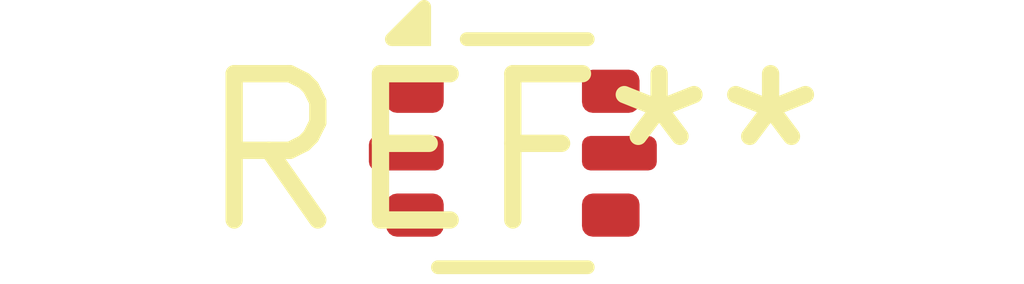
<source format=kicad_pcb>
(kicad_pcb (version 20240108) (generator pcbnew)
  (layers (0 "F.Cu" signal) (31 "B.Cu" signal) (34 "B.Paste" user) (35 "F.Paste" user) (36 "B.SilkS" user "B.Silkscreen") (37 "F.SilkS" user "F.Silkscreen") (38 "B.Mask" user) (39 "F.Mask" user) (44 "Edge.Cuts" user))
  (net 0 "")
  (footprint "SOT-666" (layer "F.Cu") (at 0 0)
    (property "Reference" "REF**")
    (property "Value" "SOT-666")
    (fp_line (start 0.65 -0.99) (end -0.4 -0.99) (layer "F.SilkS") (stroke (width 0.12)))
    (fp_line (start 0.65 0.99) (end -0.65 0.99) (layer "F.SilkS") (stroke (width 0.12)))
    (fp_poly (pts (xy -0.77 -0.99) (xy -1.05 -0.99) (xy -0.77 -1.27) (xy -0.77 -0.99)) (layer "F.SilkS") (stroke (width 0.12)) (fill solid))
    (pad "1" smd roundrect (at -0.85 -0.5375) (size 0.5 0.375) (layers "F.Cu" "F.Paste" "F.Mask"))
    (pad "2" smd roundrect (at -0.925 0) (size 0.65 0.3) (layers "F.Cu" "F.Paste" "F.Mask"))
    (pad "3" smd roundrect (at -0.85 0.5375) (size 0.5 0.375) (layers "F.Cu" "F.Paste" "F.Mask"))
    (pad "4" smd roundrect (at 0.85 0.5375) (size 0.5 0.375) (layers "F.Cu" "F.Paste" "F.Mask"))
    (pad "5" smd roundrect (at 0.925 0) (size 0.65 0.3) (layers "F.Cu" "F.Paste" "F.Mask"))
    (pad "6" smd roundrect (at 0.85 -0.5375) (size 0.5 0.375) (layers "F.Cu" "F.Paste" "F.Mask"))
  )
)
</source>
